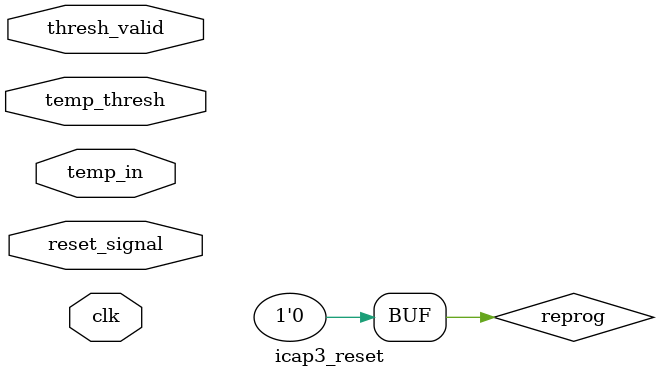
<source format=v>
`timescale 1ns / 1ps

module icap3_reset(
		clk,
		reset_signal,
		temp_in,
		temp_thresh,
		thresh_valid
	);

	//define input/output 
	input clk;
	input reset_signal;
	input [9:0] temp_in;
	input [9:0] temp_thresh;
	input thresh_valid;

	//parameter
	parameter CCOUNT = 8;

	//define regs
	reg [3:0] cnt_bitst;
	reg reboot;
	reg reprog;
	reg icap_cs;
	reg icap_rw;
	reg [31:0] d;
	reg [31:0] bit_swapped;
	reg [9:0] temperature_threshold;

	//define wire and assign it
	wire overheating;
	assign overheating = (temp_in >= temperature_threshold)?(1'b1):(1'b0);

	//intialize
	initial cnt_bitst = 0;
	initial reboot = 0;
	initial reprog = 0;
	initial icap_cs = 1;
	initial icap_rw = 1;
	initial d = 32'hFBFFFFAC;
	initial bit_swapped = 32'hFFFFFFFF;
	initial temperature_threshold = 10'b1011011100; //initialize temperature threshold to be 732 (around 85 celsius degree)

	//instantiate icap3 module
	ICAPE3 icape3_inst(
		.CLK(clk),
		.CSIB(icap_cs),
		.I(bit_swapped),
		.RDWRB(icap_rw),
		.O(),
		.AVAIL(),
		.PRDONE(),
		.PRERROR()
	);

	//FSM
	always@(posedge clk)
	begin
		if(reset_signal == 1'b1 || overheating == 1'b1)
		begin
			reboot <= 1;
		end
		
		if(thresh_valid == 1'b1)
		begin
			temperature_threshold <= temp_thresh; 
		end

		if(reboot == 0)
		begin
			icap_cs <= 1;
			icap_rw <= 1;
			cnt_bitst <= 0;
		end
		else
		begin
			if(cnt_bitst != CCOUNT) 
			begin
				cnt_bitst <= cnt_bitst + 1;
			end

			case(cnt_bitst)
				4'd0:
				begin
					icap_cs <= 0;
					icap_rw <= 0;
				end
				4'd1: d <= 32'hFFFFFFFF; //dummy word
				4'd2: d <= 32'hAA995566; //sync word
				4'd3: d <= 32'h20000000; // NOOP
				4'd4: d <= 32'h30020001; //write 1 word to WBSTAR
				4'd5: d <= 32'h00000000; //warm boot start address
				4'd6: d <= 32'h20000000; //NOOP
				4'd7: d <= 32'h30008001; //write 1 word to CMD
				4'd8: d <= 32'h0000000F; //IPROG command
				default:
				begin
					icap_cs <= 1;
					icap_rw <= 1;
				end
			endcase
		end

		//bit swap
		bit_swapped[31:24] <= {d[24],d[25],d[26],d[27],d[28],d[29],d[30],d[31]};
		bit_swapped[23:16] <= {d[16],d[17],d[18],d[19],d[20],d[21],d[22],d[23]};
		bit_swapped[15:8] <= {d[8],d[9],d[10],d[11],d[12],d[13],d[14],d[15]};
		bit_swapped[7:0] <= {d[0],d[1],d[2],d[3],d[4],d[5],d[6],d[7]};

	end //end of always block
endmodule	

</source>
